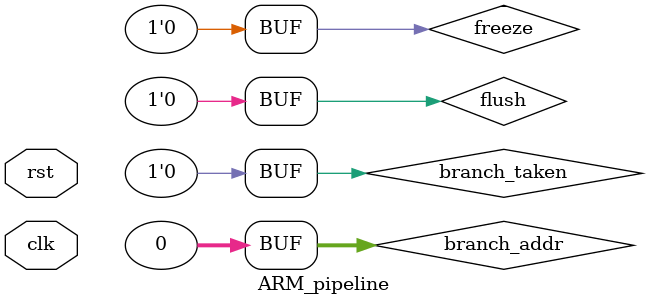
<source format=v>
module ARM_pipeline(
    input clk, rst
);
    wire freeze, branch_taken;
    wire[31:0] branch_addr, instruction, instruction_out, pc, pc_IF_out, pc_ID, pc_ID_out, pc_EXE, pc_EXE_out, pc_MEM, pc_MEM_out, pc_WB;
    assign freeze = 1'b0;
    assign branch_taken = 1'b0;
    assign branch_addr = 32'd0;
    assign flush = 1'b0;
    
    
    IF_stage if_stage(clk, rst, freeze, branch_taken, branch_addr, instruction, pc);
    IF_stage_reg if_stage_reg(clk, rst, freeze, flush, pc, instruction, pc_IF_out, instruction_out);
    ID_stage id_stage(clk, rst, pc_IF_out, pc_ID);
    ID_stage_reg id_stage_reg(clk, rst, pc_ID, pc_ID_out);
    EXE_stage exe_stage(clk, rst, pc_ID_out, pc_EXE);
    EXE_stage_reg exe_stage_reg(clk, rst, pc_EXE, pc_EXE_out);
    MEM_stage mem_stage(clk, rst, pc_EXE_out, pc_MEM);
    MEM_stage_reg mem_stage_reg(clk, rst, pc_MEM, pc_MEM_out);
    WB_stage wb_stage(clk, rst, pc_MEM_out, pc_WB);


endmodule
</source>
